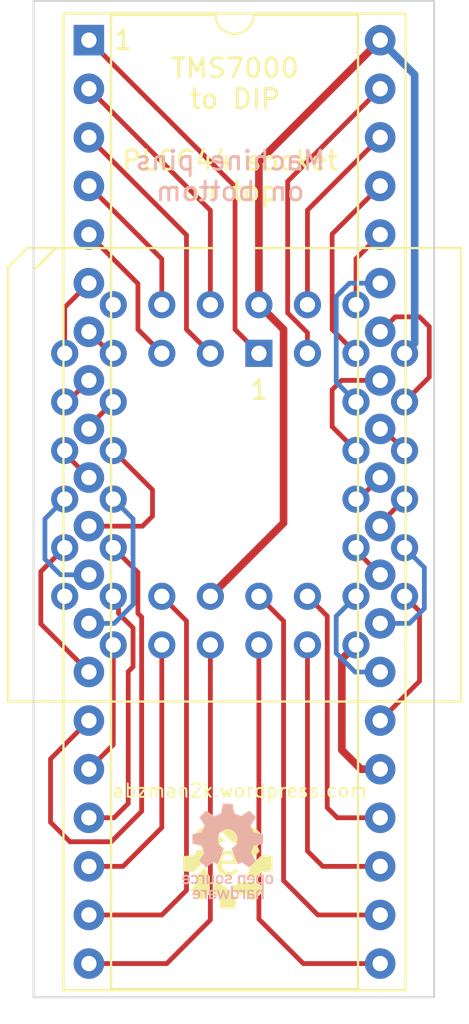
<source format=kicad_pcb>
(kicad_pcb (version 20211014) (generator pcbnew)
  (layers (0 "F.Cu" signal) (31 "B.Cu" signal) (34 "B.Paste" user) (35 "F.Paste" user) (36 "B.SilkS" user "B.Silkscreen") (37 "F.SilkS" user "F.Silkscreen") (38 "B.Mask" user) (39 "F.Mask" user) (44 "Edge.Cuts" user))
  (net 0 "")
  (net 1 "B5")
  (net 2 "B0")
  (net 3 "B2")
  (net 4 "B6")
  (net 5 "B3")
  (net 6 "B7")
  (net 7 "B1")
  (net 8 "Vss")
  (net 9 "B4")
  (net 10 "A1")
  (net 11 "A3")
  (net 12 "A7")
  (net 13 "{slash}INT1")
  (net 14 "A6")
  (net 15 "A0")
  (net 16 "A2")
  (net 17 "A4")
  (net 18 "{slash}INT3")
  (net 19 "{slash}RESET")
  (net 20 "XTAL2")
  (net 21 "D7")
  (net 22 "D4")
  (net 23 "D2")
  (net 24 "D1")
  (net 25 "A5")
  (net 26 "XTAL1")
  (net 27 "D6")
  (net 28 "D5")
  (net 29 "D3")
  (net 30 "Vcc")
  (net 31 "D0")
  (net 32 "C1")
  (net 33 "C3")
  (net 34 "C5")
  (net 35 "C7")
  (net 36 "MC")
  (net 37 "C0")
  (net 38 "C2")
  (net 39 "C4")
  (net 40 "C6")
  (footprint "Package_DIP:DIP-40_W15.24mm_Socket" (layer "F.Cu") (at 120.116 48.5315)
    (fp_text reference "U1" hide)
    (fp_text value "DIP40 male pins")
    (pad "1" thru_hole rect locked (at 0 0) (size 1.6 1.6) (drill 0.8) (layers *.Cu *.Mask) (net 1 "B5"))
    (pad "2" thru_hole oval locked (at 0 2.54) (size 1.6 1.6) (drill 0.8) (layers *.Cu *.Mask) (net 6 "B7"))
    (pad "3" thru_hole oval locked (at 0 5.08) (size 1.6 1.6) (drill 0.8) (layers *.Cu *.Mask) (net 2 "B0"))
    (pad "4" thru_hole oval locked (at 0 7.62) (size 1.6 1.6) (drill 0.8) (layers *.Cu *.Mask) (net 7 "B1"))
    (pad "5" thru_hole oval locked (at 0 10.16) (size 1.6 1.6) (drill 0.8) (layers *.Cu *.Mask) (net 3 "B2"))
    (pad "6" thru_hole oval locked (at 0 12.7) (size 1.6 1.6) (drill 0.8) (layers *.Cu *.Mask) (net 15 "A0"))
    (pad "7" thru_hole oval locked (at 0 15.24) (size 1.6 1.6) (drill 0.8) (layers *.Cu *.Mask) (net 10 "A1"))
    (pad "8" thru_hole oval locked (at 0 17.78) (size 1.6 1.6) (drill 0.8) (layers *.Cu *.Mask) (net 16 "A2"))
    (pad "9" thru_hole oval locked (at 0 20.32) (size 1.6 1.6) (drill 0.8) (layers *.Cu *.Mask) (net 11 "A3"))
    (pad "10" thru_hole oval locked (at 0 22.86) (size 1.6 1.6) (drill 0.8) (layers *.Cu *.Mask) (net 17 "A4"))
    (pad "11" thru_hole oval locked (at 0 25.4) (size 1.6 1.6) (drill 0.8) (layers *.Cu *.Mask) (net 12 "A7"))
    (pad "12" thru_hole oval locked (at 0 27.94) (size 1.6 1.6) (drill 0.8) (layers *.Cu *.Mask) (net 18 "{slash}INT3"))
    (pad "13" thru_hole oval locked (at 0 30.48) (size 1.6 1.6) (drill 0.8) (layers *.Cu *.Mask) (net 13 "{slash}INT1"))
    (pad "14" thru_hole oval locked (at 0 33.02) (size 1.6 1.6) (drill 0.8) (layers *.Cu *.Mask) (net 19 "{slash}RESET"))
    (pad "15" thru_hole oval locked (at 0 35.56) (size 1.6 1.6) (drill 0.8) (layers *.Cu *.Mask) (net 14 "A6"))
    (pad "16" thru_hole oval locked (at 0 38.1) (size 1.6 1.6) (drill 0.8) (layers *.Cu *.Mask) (net 25 "A5"))
    (pad "17" thru_hole oval locked (at 0 40.64) (size 1.6 1.6) (drill 0.8) (layers *.Cu *.Mask) (net 20 "XTAL2"))
    (pad "18" thru_hole oval locked (at 0 43.18) (size 1.6 1.6) (drill 0.8) (layers *.Cu *.Mask) (net 26 "XTAL1"))
    (pad "19" thru_hole oval locked (at 0 45.72) (size 1.6 1.6) (drill 0.8) (layers *.Cu *.Mask) (net 21 "D7"))
    (pad "20" thru_hole oval locked (at 0 48.26) (size 1.6 1.6) (drill 0.8) (layers *.Cu *.Mask) (net 27 "D6"))
    (pad "21" thru_hole oval locked (at 15.24 48.26) (size 1.6 1.6) (drill 0.8) (layers *.Cu *.Mask) (net 28 "D5"))
    (pad "22" thru_hole oval locked (at 15.24 45.72) (size 1.6 1.6) (drill 0.8) (layers *.Cu *.Mask) (net 22 "D4"))
    (pad "23" thru_hole oval locked (at 15.24 43.18) (size 1.6 1.6) (drill 0.8) (layers *.Cu *.Mask) (net 29 "D3"))
    (pad "24" thru_hole oval locked (at 15.24 40.64) (size 1.6 1.6) (drill 0.8) (layers *.Cu *.Mask) (net 23 "D2"))
    (pad "25" thru_hole oval locked (at 15.24 38.1) (size 1.6 1.6) (drill 0.8) (layers *.Cu *.Mask) (net 30 "Vcc"))
    (pad "26" thru_hole oval locked (at 15.24 35.56) (size 1.6 1.6) (drill 0.8) (layers *.Cu *.Mask) (net 24 "D1"))
    (pad "27" thru_hole oval locked (at 15.24 33.02) (size 1.6 1.6) (drill 0.8) (layers *.Cu *.Mask) (net 31 "D0"))
    (pad "28" thru_hole oval locked (at 15.24 30.48) (size 1.6 1.6) (drill 0.8) (layers *.Cu *.Mask) (net 37 "C0"))
    (pad "29" thru_hole oval locked (at 15.24 27.94) (size 1.6 1.6) (drill 0.8) (layers *.Cu *.Mask) (net 32 "C1"))
    (pad "30" thru_hole oval locked (at 15.24 25.4) (size 1.6 1.6) (drill 0.8) (layers *.Cu *.Mask) (net 38 "C2"))
    (pad "31" thru_hole oval locked (at 15.24 22.86) (size 1.6 1.6) (drill 0.8) (layers *.Cu *.Mask) (net 33 "C3"))
    (pad "32" thru_hole oval locked (at 15.24 20.32) (size 1.6 1.6) (drill 0.8) (layers *.Cu *.Mask) (net 39 "C4"))
    (pad "33" thru_hole oval locked (at 15.24 17.78) (size 1.6 1.6) (drill 0.8) (layers *.Cu *.Mask) (net 34 "C5"))
    (pad "34" thru_hole oval locked (at 15.24 15.24) (size 1.6 1.6) (drill 0.8) (layers *.Cu *.Mask) (net 40 "C6"))
    (pad "35" thru_hole oval locked (at 15.24 12.7) (size 1.6 1.6) (drill 0.8) (layers *.Cu *.Mask) (net 35 "C7"))
    (pad "36" thru_hole oval locked (at 15.24 10.16) (size 1.6 1.6) (drill 0.8) (layers *.Cu *.Mask) (net 36 "MC"))
    (pad "37" thru_hole oval locked (at 15.24 7.62) (size 1.6 1.6) (drill 0.8) (layers *.Cu *.Mask) (net 5 "B3"))
    (pad "38" thru_hole oval locked (at 15.24 5.08) (size 1.6 1.6) (drill 0.8) (layers *.Cu *.Mask) (net 9 "B4"))
    (pad "39" thru_hole oval locked (at 15.24 2.54) (size 1.6 1.6) (drill 0.8) (layers *.Cu *.Mask) (net 4 "B6"))
    (pad "40" thru_hole oval locked (at 15.24 0) (size 1.6 1.6) (drill 0.8) (layers *.Cu *.Mask) (net 8 "Vss"))
  )
  (footprint "Evan's misc parts:Evan Logo" (layer "F.Cu") (at 127.381 91.567)
    (fp_text reference "G***" hide)
    (fp_text value "LOGO" hide)
  )
  (footprint "Package_LCC:PLCC-44_THT-Socket" (layer "F.Cu") (at 129.011 64.897)
    (fp_text reference "IC1" hide)
    (fp_text value "plcc socket")
    (pad "1" thru_hole rect locked (at 0 0) (size 1.4224 1.4224) (drill 0.8) (layers *.Cu *.Mask) (net 1 "B5"))
    (pad "2" thru_hole circle locked (at -2.54 -2.54) (size 1.4224 1.4224) (drill 0.8) (layers *.Cu *.Mask) (net 6 "B7"))
    (pad "3" thru_hole circle locked (at -2.54 0) (size 1.4224 1.4224) (drill 0.8) (layers *.Cu *.Mask) (net 2 "B0"))
    (pad "4" thru_hole circle locked (at -5.08 -2.54) (size 1.4224 1.4224) (drill 0.8) (layers *.Cu *.Mask) (net 7 "B1"))
    (pad "5" thru_hole circle locked (at -5.08 0) (size 1.4224 1.4224) (drill 0.8) (layers *.Cu *.Mask) (net 3 "B2"))
    (pad "6" thru_hole circle locked (at -7.62 -2.54) (size 1.4224 1.4224) (drill 0.8) (layers *.Cu *.Mask))
    (pad "7" thru_hole circle locked (at -10.16 0) (size 1.4224 1.4224) (drill 0.8) (layers *.Cu *.Mask) (net 15 "A0"))
    (pad "8" thru_hole circle locked (at -7.62 0) (size 1.4224 1.4224) (drill 0.8) (layers *.Cu *.Mask) (net 10 "A1"))
    (pad "9" thru_hole circle locked (at -10.16 2.54) (size 1.4224 1.4224) (drill 0.8) (layers *.Cu *.Mask) (net 16 "A2"))
    (pad "10" thru_hole circle locked (at -7.62 2.54) (size 1.4224 1.4224) (drill 0.8) (layers *.Cu *.Mask) (net 11 "A3"))
    (pad "11" thru_hole circle locked (at -10.16 5.08) (size 1.4224 1.4224) (drill 0.8) (layers *.Cu *.Mask) (net 17 "A4"))
    (pad "12" thru_hole circle locked (at -7.62 5.08) (size 1.4224 1.4224) (drill 0.8) (layers *.Cu *.Mask) (net 12 "A7"))
    (pad "13" thru_hole circle locked (at -10.16 7.62) (size 1.4224 1.4224) (drill 0.8) (layers *.Cu *.Mask) (net 18 "{slash}INT3"))
    (pad "14" thru_hole circle locked (at -7.62 7.62) (size 1.4224 1.4224) (drill 0.8) (layers *.Cu *.Mask) (net 13 "{slash}INT1"))
    (pad "15" thru_hole circle locked (at -10.16 10.16) (size 1.4224 1.4224) (drill 0.8) (layers *.Cu *.Mask) (net 19 "{slash}RESET"))
    (pad "16" thru_hole circle locked (at -7.62 10.16) (size 1.4224 1.4224) (drill 0.8) (layers *.Cu *.Mask) (net 14 "A6"))
    (pad "17" thru_hole circle locked (at -10.16 12.7) (size 1.4224 1.4224) (drill 0.8) (layers *.Cu *.Mask))
    (pad "18" thru_hole circle locked (at -7.62 15.24) (size 1.4224 1.4224) (drill 0.8) (layers *.Cu *.Mask) (net 25 "A5"))
    (pad "19" thru_hole circle locked (at -7.62 12.7) (size 1.4224 1.4224) (drill 0.8) (layers *.Cu *.Mask) (net 20 "XTAL2"))
    (pad "20" thru_hole circle locked (at -5.08 15.24) (size 1.4224 1.4224) (drill 0.8) (layers *.Cu *.Mask) (net 26 "XTAL1"))
    (pad "21" thru_hole circle locked (at -5.08 12.7) (size 1.4224 1.4224) (drill 0.8) (layers *.Cu *.Mask) (net 21 "D7"))
    (pad "22" thru_hole circle locked (at -2.54 15.24) (size 1.4224 1.4224) (drill 0.8) (layers *.Cu *.Mask) (net 27 "D6"))
    (pad "23" thru_hole circle locked (at -2.54 12.7) (size 1.4224 1.4224) (drill 0.8) (layers *.Cu *.Mask) (net 8 "Vss"))
    (pad "24" thru_hole circle locked (at 0 15.24) (size 1.4224 1.4224) (drill 0.8) (layers *.Cu *.Mask) (net 28 "D5"))
    (pad "25" thru_hole circle locked (at 0 12.7) (size 1.4224 1.4224) (drill 0.8) (layers *.Cu *.Mask) (net 22 "D4"))
    (pad "26" thru_hole circle locked (at 2.54 15.24) (size 1.4224 1.4224) (drill 0.8) (layers *.Cu *.Mask) (net 29 "D3"))
    (pad "27" thru_hole circle locked (at 2.54 12.7) (size 1.4224 1.4224) (drill 0.8) (layers *.Cu *.Mask) (net 23 "D2"))
    (pad "28" thru_hole circle locked (at 5.08 15.24) (size 1.4224 1.4224) (drill 0.8) (layers *.Cu *.Mask) (net 30 "Vcc"))
    (pad "29" thru_hole circle locked (at 7.62 12.7) (size 1.4224 1.4224) (drill 0.8) (layers *.Cu *.Mask) (net 24 "D1"))
    (pad "30" thru_hole circle locked (at 5.08 12.7) (size 1.4224 1.4224) (drill 0.8) (layers *.Cu *.Mask) (net 31 "D0"))
    (pad "31" thru_hole circle locked (at 7.62 10.16) (size 1.4224 1.4224) (drill 0.8) (layers *.Cu *.Mask) (net 37 "C0"))
    (pad "32" thru_hole circle locked (at 5.08 10.16) (size 1.4224 1.4224) (drill 0.8) (layers *.Cu *.Mask) (net 32 "C1"))
    (pad "33" thru_hole circle locked (at 7.62 7.62) (size 1.4224 1.4224) (drill 0.8) (layers *.Cu *.Mask) (net 38 "C2"))
    (pad "34" thru_hole circle locked (at 5.08 7.62) (size 1.4224 1.4224) (drill 0.8) (layers *.Cu *.Mask) (net 33 "C3"))
    (pad "35" thru_hole circle locked (at 7.62 5.08) (size 1.4224 1.4224) (drill 0.8) (layers *.Cu *.Mask) (net 39 "C4"))
    (pad "36" thru_hole circle locked (at 5.08 5.08) (size 1.4224 1.4224) (drill 0.8) (layers *.Cu *.Mask) (net 34 "C5"))
    (pad "37" thru_hole circle locked (at 7.62 2.54) (size 1.4224 1.4224) (drill 0.8) (layers *.Cu *.Mask) (net 40 "C6"))
    (pad "38" thru_hole circle locked (at 5.08 2.54) (size 1.4224 1.4224) (drill 0.8) (layers *.Cu *.Mask) (net 35 "C7"))
    (pad "39" thru_hole circle locked (at 7.62 0) (size 1.4224 1.4224) (drill 0.8) (layers *.Cu *.Mask) (net 8 "Vss"))
    (pad "40" thru_hole circle locked (at 5.08 -2.54) (size 1.4224 1.4224) (drill 0.8) (layers *.Cu *.Mask) (net 36 "MC"))
    (pad "41" thru_hole circle locked (at 5.08 0) (size 1.4224 1.4224) (drill 0.8) (layers *.Cu *.Mask) (net 5 "B3"))
    (pad "42" thru_hole circle locked (at 2.54 -2.54) (size 1.4224 1.4224) (drill 0.8) (layers *.Cu *.Mask) (net 9 "B4"))
    (pad "43" thru_hole circle locked (at 2.54 0) (size 1.4224 1.4224) (drill 0.8) (layers *.Cu *.Mask) (net 4 "B6"))
    (pad "44" thru_hole circle locked (at 0 -2.54) (size 1.4224 1.4224) (drill 0.8) (layers *.Cu *.Mask) (net 8 "Vss"))
  )
  (footprint "Evan's misc parts:OSHW gear" (layer "B.Cu") (at 127.381 90.932 180)
    (fp_text reference "G***" hide)
    (fp_text value "LOGO" hide)
  )
  (gr_line (start 117.348 60.452) (end 118.364 59.436) (layer "F.SilkS") (width 0.15))
  (gr_line (start 117.221 98.552) (end 138.176 98.552) (layer "Edge.Cuts") (width 0.1))
  (gr_line (start 117.221 46.482) (end 117.221 81.407) (layer "Edge.Cuts") (width 0.1))
  (gr_line (start 138.176 98.552) (end 138.176 46.482) (layer "Edge.Cuts") (width 0.1))
  (gr_line (start 138.176 46.482) (end 117.221 46.482) (layer "Edge.Cuts") (width 0.1))
  (gr_line (start 117.221 81.407) (end 117.221 98.552) (layer "Edge.Cuts") (width 0.1))
  (gr_text "Machine pins\non bottom" (at 127.508 55.626) (layer "B.SilkS") (effects (font (size 1 1)) (justify mirror)))
  (gr_text "TMS7000\nto DIP" (at 127.762 50.8) (layer "F.SilkS") (effects (font (size 1 1))))
  (gr_text "1" (at 129.032 66.802) (layer "F.SilkS") (effects (font (size 1 1))))
  (gr_text "1" (at 121.92 48.514) (layer "F.SilkS") (effects (font (size 1 1))))
  (gr_text "abzman2k.wordpress.com" (at 128.016 87.757) (layer "F.SilkS") (effects (font (size 0.7 0.7) (thickness 0.1))))
  (gr_text "PLCC44 socket\non top" (at 127.508 55.626) (layer "F.SilkS") (effects (font (size 1 1))))
  (segment (start 127.762 63.648) (end 127.762 56.1775) (width 0.25) (layer "F.Cu") (net 1))
  (segment (start 129.011 64.897) (end 127.762 63.648) (width 0.25) (layer "F.Cu") (net 1))
  (segment (start 127.762 56.1775) (end 120.116 48.5315) (width 0.25) (layer "F.Cu") (net 1))
  (segment (start 125.222 63.648) (end 125.222 58.7175) (width 0.25) (layer "F.Cu") (net 2))
  (segment (start 126.471 64.897) (end 125.222 63.648) (width 0.25) (layer "F.Cu") (net 2))
  (segment (start 125.222 58.7175) (end 120.116 53.6115) (width 0.25) (layer "F.Cu") (net 2))
  (segment (start 122.682 63.648) (end 122.682 61.2575) (width 0.25) (layer "F.Cu") (net 3))
  (segment (start 123.931 64.897) (end 122.682 63.648) (width 0.25) (layer "F.Cu") (net 3))
  (segment (start 122.682 61.2575) (end 120.116 58.6915) (width 0.25) (layer "F.Cu") (net 3))
  (segment (start 130.515289 62.786007) (end 130.515289 55.912211) (width 0.25) (layer "F.Cu") (net 4))
  (segment (start 131.551 64.897) (end 131.551 63.821718) (width 0.25) (layer "F.Cu") (net 4))
  (segment (start 131.551 63.821718) (end 130.515289 62.786007) (width 0.25) (layer "F.Cu") (net 4))
  (segment (start 130.515289 55.912211) (end 135.356 51.0715) (width 0.25) (layer "F.Cu") (net 4))
  (segment (start 132.842 63.648) (end 132.842 58.6655) (width 0.25) (layer "F.Cu") (net 5))
  (segment (start 134.091 64.897) (end 132.842 63.648) (width 0.25) (layer "F.Cu") (net 5))
  (segment (start 132.842 58.6655) (end 135.356 56.1515) (width 0.25) (layer "F.Cu") (net 5))
  (segment (start 126.471 57.4265) (end 120.116 51.0715) (width 0.25) (layer "F.Cu") (net 6))
  (segment (start 126.471 62.357) (end 126.471 57.4265) (width 0.25) (layer "F.Cu") (net 6))
  (segment (start 123.931 59.9665) (end 120.116 56.1515) (width 0.25) (layer "F.Cu") (net 7))
  (segment (start 123.931 62.357) (end 123.931 59.9665) (width 0.25) (layer "F.Cu") (net 7))
  (segment (start 129.011 62.357) (end 129.011 54.8765) (width 0.4) (layer "F.Cu") (net 8))
  (segment (start 129.011 54.8765) (end 135.356 48.5315) (width 0.4) (layer "F.Cu") (net 8))
  (segment (start 130.302 63.648) (end 130.302 73.766) (width 0.4) (layer "F.Cu") (net 8))
  (segment (start 129.011 62.357) (end 130.302 63.648) (width 0.4) (layer "F.Cu") (net 8))
  (segment (start 130.302 73.766) (end 126.471 77.597) (width 0.4) (layer "F.Cu") (net 8))
  (segment (start 137.16 50.3355) (end 137.16 64.368) (width 0.4) (layer "B.Cu") (net 8))
  (segment (start 135.356 48.5315) (end 137.16 50.3355) (width 0.4) (layer "B.Cu") (net 8))
  (segment (start 137.16 64.368) (end 136.631 64.897) (width 0.4) (layer "B.Cu") (net 8))
  (segment (start 131.551 57.4165) (end 135.356 53.6115) (width 0.25) (layer "F.Cu") (net 9))
  (segment (start 131.551 62.357) (end 131.551 57.4165) (width 0.25) (layer "F.Cu") (net 9))
  (segment (start 121.391 64.897) (end 121.2415 64.897) (width 0.25) (layer "F.Cu") (net 10))
  (segment (start 121.2415 64.897) (end 120.116 63.7715) (width 0.25) (layer "F.Cu") (net 10))
  (segment (start 120.116 68.712) (end 121.391 67.437) (width 0.25) (layer "F.Cu") (net 11))
  (segment (start 120.116 68.8515) (end 120.116 68.712) (width 0.25) (layer "F.Cu") (net 11))
  (segment (start 123.444 73.406) (end 123.444 72.03) (width 0.25) (layer "F.Cu") (net 12))
  (segment (start 120.116 73.9315) (end 122.9185 73.9315) (width 0.25) (layer "F.Cu") (net 12))
  (segment (start 123.444 72.03) (end 121.391 69.977) (width 0.25) (layer "F.Cu") (net 12))
  (segment (start 122.9185 73.9315) (end 123.444 73.406) (width 0.25) (layer "F.Cu") (net 12))
  (segment (start 122.426711 78.026007) (end 121.441218 79.0115) (width 0.25) (layer "B.Cu") (net 13))
  (segment (start 122.426711 73.552711) (end 122.426711 78.026007) (width 0.25) (layer "B.Cu") (net 13))
  (segment (start 121.441218 79.0115) (end 120.116 79.0115) (width 0.25) (layer "B.Cu") (net 13))
  (segment (start 121.391 72.517) (end 122.426711 73.552711) (width 0.25) (layer "B.Cu") (net 13))
  (segment (start 121.285718 90.424) (end 122.876231 88.833487) (width 0.25) (layer "F.Cu") (net 14))
  (segment (start 120.116 84.0915) (end 118.11 86.0975) (width 0.25) (layer "F.Cu") (net 14))
  (segment (start 122.682 76.348) (end 121.391 75.057) (width 0.25) (layer "F.Cu") (net 14))
  (segment (start 119.126 90.424) (end 121.285718 90.424) (width 0.25) (layer "F.Cu") (net 14))
  (segment (start 122.876231 78.680231) (end 122.682 78.486) (width 0.25) (layer "F.Cu") (net 14))
  (segment (start 118.11 89.408) (end 119.126 90.424) (width 0.25) (layer "F.Cu") (net 14))
  (segment (start 122.876231 88.833487) (end 122.876231 78.680231) (width 0.25) (layer "F.Cu") (net 14))
  (segment (start 122.682 78.486) (end 122.682 76.348) (width 0.25) (layer "F.Cu") (net 14))
  (segment (start 118.11 86.0975) (end 118.11 89.408) (width 0.25) (layer "F.Cu") (net 14))
  (segment (start 118.851 64.897) (end 118.851 62.4965) (width 0.25) (layer "F.Cu") (net 15))
  (segment (start 118.851 62.4965) (end 120.116 61.2315) (width 0.25) (layer "F.Cu") (net 15))
  (segment (start 118.9905 67.437) (end 120.116 66.3115) (width 0.25) (layer "F.Cu") (net 16))
  (segment (start 118.851 67.437) (end 118.9905 67.437) (width 0.25) (layer "F.Cu") (net 16))
  (segment (start 118.851 69.977) (end 118.851 70.1265) (width 0.25) (layer "F.Cu") (net 17))
  (segment (start 118.851 70.1265) (end 120.116 71.3915) (width 0.25) (layer "F.Cu") (net 17))
  (segment (start 118.6355 76.4715) (end 120.116 76.4715) (width 0.25) (layer "B.Cu") (net 18))
  (segment (start 118.851 72.517) (end 117.815289 73.552711) (width 0.25) (layer "B.Cu") (net 18))
  (segment (start 117.815289 73.552711) (end 117.815289 75.651289) (width 0.25) (layer "B.Cu") (net 18))
  (segment (start 117.815289 75.651289) (end 118.6355 76.4715) (width 0.25) (layer "B.Cu") (net 18))
  (segment (start 117.602 76.306) (end 117.602 79.0375) (width 0.25) (layer "F.Cu") (net 19))
  (segment (start 118.851 75.057) (end 117.602 76.306) (width 0.25) (layer "F.Cu") (net 19))
  (segment (start 117.602 79.0375) (end 120.116 81.5515) (width 0.25) (layer "F.Cu") (net 19))
  (segment (start 122.426711 81.281289) (end 122.174 81.534) (width 0.25) (layer "F.Cu") (net 20))
  (segment (start 122.174 81.534) (end 122.174 88.427) (width 0.25) (layer "F.Cu") (net 20))
  (segment (start 121.666 77.872) (end 121.666 78.488578) (width 0.25) (layer "F.Cu") (net 20))
  (segment (start 121.391 77.597) (end 121.666 77.872) (width 0.25) (layer "F.Cu") (net 20))
  (segment (start 121.666 78.488578) (end 122.426711 79.249289) (width 0.25) (layer "F.Cu") (net 20))
  (segment (start 121.4295 89.1715) (end 120.116 89.1715) (width 0.25) (layer "F.Cu") (net 20))
  (segment (start 122.426711 79.249289) (end 122.426711 81.281289) (width 0.25) (layer "F.Cu") (net 20))
  (segment (start 122.174 88.427) (end 121.4295 89.1715) (width 0.25) (layer "F.Cu") (net 20))
  (segment (start 125.222 92.964) (end 123.9345 94.2515) (width 0.25) (layer "F.Cu") (net 21))
  (segment (start 123.931 77.597) (end 125.222 78.888) (width 0.25) (layer "F.Cu") (net 21))
  (segment (start 125.222 78.888) (end 125.222 92.964) (width 0.25) (layer "F.Cu") (net 21))
  (segment (start 123.9345 94.2515) (end 120.116 94.2515) (width 0.25) (layer "F.Cu") (net 21))
  (segment (start 130.302 78.888) (end 130.302 92.456) (width 0.25) (layer "F.Cu") (net 22))
  (segment (start 129.011 77.597) (end 130.302 78.888) (width 0.25) (layer "F.Cu") (net 22))
  (segment (start 132.0975 94.2515) (end 135.356 94.2515) (width 0.25) (layer "F.Cu") (net 22))
  (segment (start 130.302 92.456) (end 132.0975 94.2515) (width 0.25) (layer "F.Cu") (net 22))
  (segment (start 131.551 77.597) (end 132.586711 78.632711) (width 0.25) (layer "F.Cu") (net 23))
  (segment (start 132.586711 88.644711) (end 133.1135 89.1715) (width 0.25) (layer "F.Cu") (net 23))
  (segment (start 133.1135 89.1715) (end 135.356 89.1715) (width 0.25) (layer "F.Cu") (net 23))
  (segment (start 132.586711 78.632711) (end 132.586711 88.644711) (width 0.25) (layer "F.Cu") (net 23))
  (segment (start 137.414 82.0335) (end 135.356 84.0915) (width 0.25) (layer "F.Cu") (net 24))
  (segment (start 136.631 77.597) (end 137.414 78.38) (width 0.25) (layer "F.Cu") (net 24))
  (segment (start 137.414 78.38) (end 137.414 82.0335) (width 0.25) (layer "F.Cu") (net 24))
  (segment (start 121.391 85.3565) (end 120.116 86.6315) (width 0.25) (layer "F.Cu") (net 25))
  (segment (start 121.391 80.137) (end 121.391 85.3565) (width 0.25) (layer "F.Cu") (net 25))
  (segment (start 121.9025 91.7115) (end 120.116 91.7115) (width 0.25) (layer "F.Cu") (net 26))
  (segment (start 123.931 89.683) (end 121.9025 91.7115) (width 0.25) (layer "F.Cu") (net 26))
  (segment (start 123.931 80.137) (end 123.931 89.683) (width 0.25) (layer "F.Cu") (net 26))
  (segment (start 126.471 80.137) (end 126.471 94.509) (width 0.25) (layer "F.Cu") (net 27))
  (segment (start 126.471 94.509) (end 124.1885 96.7915) (width 0.25) (layer "F.Cu") (net 27))
  (segment (start 124.1885 96.7915) (end 120.116 96.7915) (width 0.25) (layer "F.Cu") (net 27))
  (segment (start 129.011 80.137) (end 129.011 94.467) (width 0.25) (layer "F.Cu") (net 28))
  (segment (start 129.011 94.467) (end 131.3355 96.7915) (width 0.25) (layer "F.Cu") (net 28))
  (segment (start 131.3355 96.7915) (end 135.356 96.7915) (width 0.25) (layer "F.Cu") (net 28))
  (segment (start 131.551 80.137) (end 131.551 90.911) (width 0.25) (layer "F.Cu") (net 29))
  (segment (start 131.551 90.911) (end 132.3515 91.7115) (width 0.25) (layer "F.Cu") (net 29))
  (segment (start 132.3515 91.7115) (end 135.356 91.7115) (width 0.25) (layer "F.Cu") (net 29))
  (segment (start 133.35 85.633) (end 134.3485 86.6315) (width 0.4) (layer "F.Cu") (net 30))
  (segment (start 134.091 80.137) (end 133.35 80.878) (width 0.4) (layer "F.Cu") (net 30))
  (segment (start 133.35 84.074) (end 133.35 85.633) (width 0.4) (layer "F.Cu") (net 30))
  (segment (start 134.3485 86.6315) (end 135.356 86.6315) (width 0.4) (layer "F.Cu") (net 30))
  (segment (start 133.35 80.878) (end 133.35 84.074) (width 0.4) (layer "F.Cu") (net 30))
  (segment (start 134.040782 81.5515) (end 135.356 81.5515) (width 0.25) (layer "B.Cu") (net 31))
  (segment (start 134.091 77.597) (end 133.055289 78.632711) (width 0.25) (layer "B.Cu") (net 31))
  (segment (start 133.055289 80.566007) (end 134.040782 81.5515) (width 0.25) (layer "B.Cu") (net 31))
  (segment (start 133.055289 78.632711) (end 133.055289 80.566007) (width 0.25) (layer "B.Cu") (net 31))
  (segment (start 134.091 75.057) (end 134.091 75.2065) (width 0.25) (layer "F.Cu") (net 32))
  (segment (start 134.091 75.2065) (end 135.356 76.4715) (width 0.25) (layer "F.Cu") (net 32))
  (segment (start 134.2305 72.517) (end 135.356 71.3915) (width 0.25) (layer "F.Cu") (net 33))
  (segment (start 134.091 72.517) (end 134.2305 72.517) (width 0.25) (layer "F.Cu") (net 33))
  (segment (start 133.3325 66.3115) (end 132.842 66.802) (width 0.25) (layer "F.Cu") (net 34))
  (segment (start 132.842 68.728) (end 134.091 69.977) (width 0.25) (layer "F.Cu") (net 34))
  (segment (start 132.842 66.802) (end 132.842 68.728) (width 0.25) (layer "F.Cu") (net 34))
  (segment (start 135.356 66.3115) (end 133.3325 66.3115) (width 0.25) (layer "F.Cu") (net 34))
  (segment (start 133.055289 61.927993) (end 133.751782 61.2315) (width 0.25) (layer "B.Cu") (net 35))
  (segment (start 133.751782 61.2315) (end 135.356 61.2315) (width 0.25) (layer "B.Cu") (net 35))
  (segment (start 133.055289 66.401289) (end 133.055289 61.927993) (width 0.25) (layer "B.Cu") (net 35))
  (segment (start 134.091 67.437) (end 133.055289 66.401289) (width 0.25) (layer "B.Cu") (net 35))
  (segment (start 134.091 62.357) (end 134.091 59.9565) (width 0.25) (layer "F.Cu") (net 36))
  (segment (start 134.091 59.9565) (end 135.356 58.6915) (width 0.25) (layer "F.Cu") (net 36))
  (segment (start 136.8885 79.0115) (end 135.356 79.0115) (width 0.25) (layer "B.Cu") (net 37))
  (segment (start 136.631 75.057) (end 137.666711 76.092711) (width 0.25) (layer "B.Cu") (net 37))
  (segment (start 137.666711 78.233289) (end 136.8885 79.0115) (width 0.25) (layer "B.Cu") (net 37))
  (segment (start 137.666711 76.092711) (end 137.666711 78.233289) (width 0.25) (layer "B.Cu") (net 37))
  (segment (start 135.356 73.792) (end 136.631 72.517) (width 0.25) (layer "F.Cu") (net 38))
  (segment (start 135.356 73.9315) (end 135.356 73.792) (width 0.25) (layer "F.Cu") (net 38))
  (segment (start 135.356 68.8515) (end 135.5055 68.8515) (width 0.25) (layer "F.Cu") (net 39))
  (segment (start 135.5055 68.8515) (end 136.631 69.977) (width 0.25) (layer "F.Cu") (net 39))
  (segment (start 136.144 62.992) (end 137.414 62.992) (width 0.25) (layer "F.Cu") (net 40))
  (segment (start 137.414 62.992) (end 137.922 63.5) (width 0.25) (layer "F.Cu") (net 40))
  (segment (start 135.356 63.7715) (end 135.3645 63.7715) (width 0.25) (layer "F.Cu") (net 40))
  (segment (start 137.922 66.146) (end 136.631 67.437) (width 0.25) (layer "F.Cu") (net 40))
  (segment (start 137.922 63.5) (end 137.922 66.146) (width 0.25) (layer "F.Cu") (net 40))
  (segment (start 135.3645 63.7715) (end 136.144 62.992) (width 0.25) (layer "F.Cu") (net 40))
)
</source>
